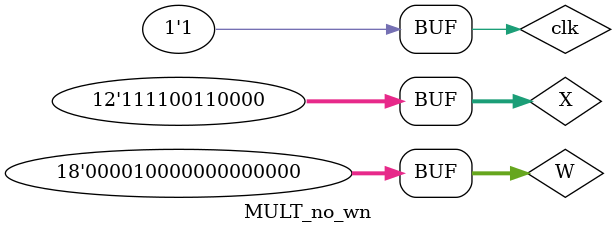
<source format=v>
module MULT_no_wn;

	// Inputs
	reg [11:0] X;
	reg [17:0] W;
	reg clk;

	// Outputs
	wire [11:0] WX;

	// Instantiate the Unit Under Test (UUT)
	MULT18x12 uut (
		.X(X), 
		.WX(WX), 
		.W(W), 
		.clk(clk)
	);
	always begin clk=0; #10; clk=1; #10; end
	
	initial begin
		// Initialize Inputs
		X = 0;
		W = 0;
		clk = 0;

		// Wait 100 ns for global reset to finish
		#100;
       
		X = (1 <<8) * 5;
		W = (1 <<8) * 3;
		
		#100;
		X = (1 <<6) * 12;
		W = (1 <<10) * 12;
		
		#100;
		X = (1 <<8) * 5;
		W = (1 <<8) * 7;
		
		#100;
		X = (1 <<4) * (-13);
		W = (1 <<12) * 2;
		// Add stimulus here

	end
      
endmodule


</source>
